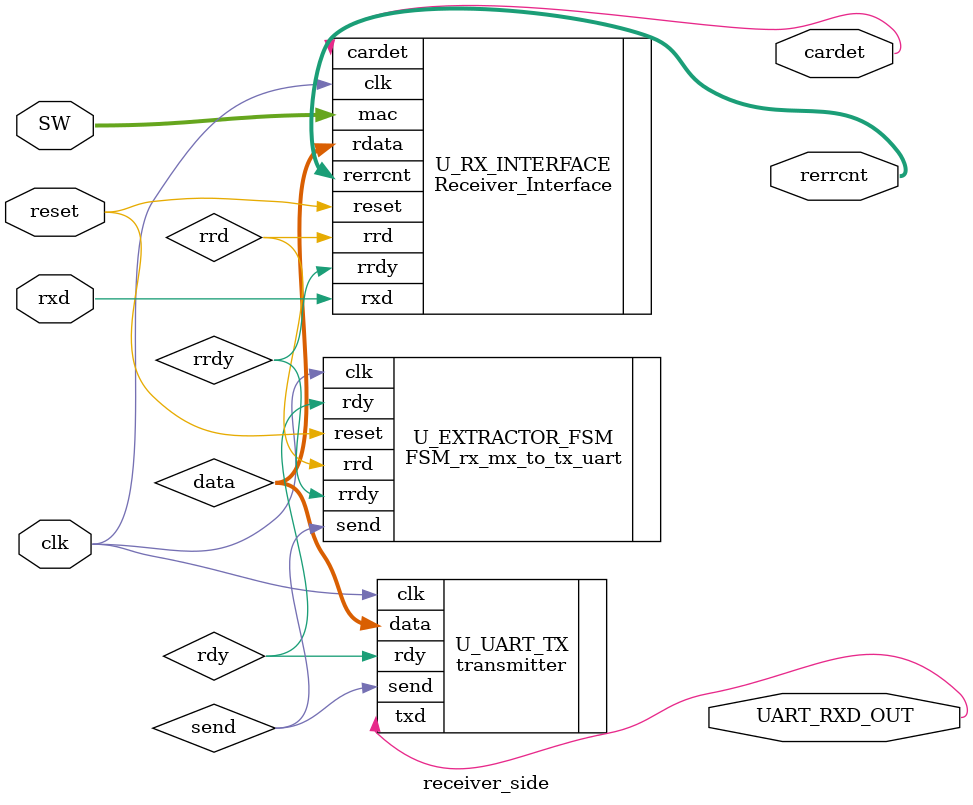
<source format=sv>
`timescale 1ns / 1ps


module receiver_side(
	input logic clk,
	input logic reset,
	input logic rxd,
	input logic [7:0] SW,
	output logic UART_RXD_OUT,
	output logic cardet,
	output logic [7:0] rerrcnt
	);

	// Internal connections
	logic [7:0] data; // data connection
	logic rrd, rrdy, send, rdy;

	// RX interface
	Receiver_Interface U_RX_INTERFACE (.clk, .reset, .rrd, .rrdy, .mac(SW),
										.rdata(data), .rerrcnt, .cardet, .rxd);

	// FSM to take data out of the receiver
	FSM_rx_mx_to_tx_uart U_EXTRACTOR_FSM (.clk, .reset, .rrdy, .rdy, .rrd, .send);

	// UART tx
	transmitter U_UART_TX (.clk, .send, .data, .rdy, .txd(UART_RXD_OUT));



	
endmodule

</source>
